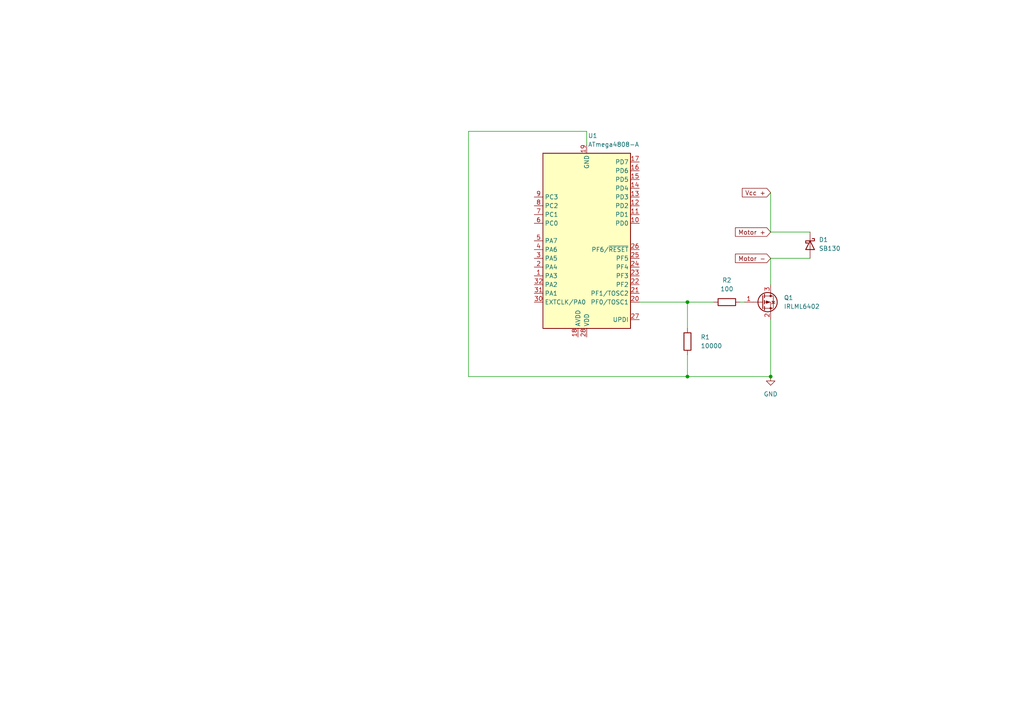
<source format=kicad_sch>
(kicad_sch (version 20230121) (generator eeschema)
  (paper "A4")
  (lib_symbols
    (symbol "Device:R" (pin_numbers hide) (pin_names (offset 0))
      (property "Reference" "R" (at 2.032 0 90))
      (property "Value" "R" (at 0 0 90))
      (symbol "R_0_1"
        (rectangle (start -1.016 -2.54) (end 1.016 2.54) (stroke (width 0.254)))
      )
      (symbol "R_1_1"
        (pin passive line (at 0 3.81 270) (length 1.27) (name "~") (number "1"))
        (pin passive line (at 0 -3.81 90) (length 1.27) (name "~") (number "2"))
      )
    )
    (symbol "Diode:SB130" (pin_numbers hide) (pin_names (offset 1.016) hide)
      (property "Reference" "D" (at 0 2.54 0))
      (property "Value" "SB130" (at 0 -2.54 0))
      (symbol "SB130_0_1"
        (polyline (pts (xy 1.27 0) (xy -1.27 0)))
        (polyline (pts (xy 1.27 1.27) (xy 1.27 -1.27) (xy -1.27 0) (xy 1.27 1.27)) (stroke (width 0.254)))
        (polyline (pts (xy -1.905 0.635) (xy -1.905 1.27) (xy -1.27 1.27) (xy -1.27 -1.27) (xy -0.635 -1.27) (xy -0.635 -0.635)) (stroke (width 0.254)))
      )
      (symbol "SB130_1_1"
        (pin passive line (at -3.81 0 0) (length 2.54) (name "K") (number "1"))
        (pin passive line (at 3.81 0 180) (length 2.54) (name "A") (number "2"))
      )
    )
    (symbol "MCU_Microchip_ATmega:ATmega4808-A"
      (property "Reference" "U" (at -12.7 26.67 0))
      (property "Value" "ATmega4808-A" (at 2.54 -26.67 0))
      (symbol "ATmega4808-A_0_1"
        (rectangle (start -12.7 -25.4) (end 12.7 25.4) (stroke (width 0.254)) (fill (type background)))
      )
      (symbol "ATmega4808-A_1_1"
        (pin bidirectional line (at 15.24 10.16 180) (length 2.54) (name "PA3") (number "1"))
        (pin bidirectional line (at -15.24 -5.08 0) (length 2.54) (name "PD0") (number "10"))
        (pin bidirectional line (at -15.24 -7.62 0) (length 2.54) (name "PD1") (number "11"))
        (pin bidirectional line (at -15.24 -10.16 0) (length 2.54) (name "PD2") (number "12"))
        (pin bidirectional line (at -15.24 -12.7 0) (length 2.54) (name "PD3") (number "13"))
        (pin bidirectional line (at -15.24 -15.24 0) (length 2.54) (name "PD4") (number "14"))
        (pin bidirectional line (at -15.24 -17.78 0) (length 2.54) (name "PD5") (number "15"))
        (pin bidirectional line (at -15.24 -20.32 0) (length 2.54) (name "PD6") (number "16"))
        (pin bidirectional line (at -15.24 -22.86 0) (length 2.54) (name "PD7") (number "17"))
        (pin power_in line (at 2.54 27.94 270) (length 2.54) (name "AVDD") (number "18"))
        (pin power_in line (at 0 -27.94 90) (length 2.54) (name "GND") (number "19"))
        (pin bidirectional line (at 15.24 7.62 180) (length 2.54) (name "PA4") (number "2"))
        (pin bidirectional line (at -15.24 17.78 0) (length 2.54) (name "PF0/TOSC1") (number "20"))
        (pin bidirectional line (at -15.24 15.24 0) (length 2.54) (name "PF1/TOSC2") (number "21"))
        (pin bidirectional line (at -15.24 12.7 0) (length 2.54) (name "PF2") (number "22"))
        (pin bidirectional line (at -15.24 10.16 0) (length 2.54) (name "PF3") (number "23"))
        (pin bidirectional line (at -15.24 7.62 0) (length 2.54) (name "PF4") (number "24"))
        (pin bidirectional line (at -15.24 5.08 0) (length 2.54) (name "PF5") (number "25"))
        (pin bidirectional line (at -15.24 2.54 0) (length 2.54) (name "PF6/~{RESET}") (number "26"))
        (pin bidirectional line (at -15.24 22.86 0) (length 2.54) (name "UPDI") (number "27"))
        (pin power_in line (at 0 27.94 270) (length 2.54) (name "VDD") (number "28"))
        (pin passive line (at 0 -27.94 90) (length 2.54) hide (name "GND") (number "29"))
        (pin bidirectional line (at 15.24 5.08 180) (length 2.54) (name "PA5") (number "3"))
        (pin bidirectional line (at 15.24 17.78 180) (length 2.54) (name "EXTCLK/PA0") (number "30"))
        (pin bidirectional line (at 15.24 15.24 180) (length 2.54) (name "PA1") (number "31"))
        (pin bidirectional line (at 15.24 12.7 180) (length 2.54) (name "PA2") (number "32"))
        (pin bidirectional line (at 15.24 2.54 180) (length 2.54) (name "PA6") (number "4"))
        (pin bidirectional line (at 15.24 0 180) (length 2.54) (name "PA7") (number "5"))
        (pin bidirectional line (at 15.24 -5.08 180) (length 2.54) (name "PC0") (number "6"))
        (pin bidirectional line (at 15.24 -7.62 180) (length 2.54) (name "PC1") (number "7"))
        (pin bidirectional line (at 15.24 -10.16 180) (length 2.54) (name "PC2") (number "8"))
        (pin bidirectional line (at 15.24 -12.7 180) (length 2.54) (name "PC3") (number "9"))
      )
    )
    (symbol "Transistor_FET:IRLML6402" (pin_names hide)
      (property "Reference" "Q" (at 5.08 1.905 0))
      (property "Value" "IRLML6402" (at 5.08 0 0))
      (symbol "IRLML6402_0_1"
        (polyline (pts (xy 0.254 0) (xy -2.54 0)))
        (polyline (pts (xy 0.254 1.905) (xy 0.254 -1.905)) (stroke (width 0.254)))
        (polyline (pts (xy 0.762 -1.27) (xy 0.762 -2.286)) (stroke (width 0.254)))
        (polyline (pts (xy 0.762 0.508) (xy 0.762 -0.508)) (stroke (width 0.254)))
        (polyline (pts (xy 0.762 2.286) (xy 0.762 1.27)) (stroke (width 0.254)))
        (polyline (pts (xy 2.54 2.54) (xy 2.54 1.778)))
        (polyline (pts (xy 2.54 -2.54) (xy 2.54 0) (xy 0.762 0)))
        (polyline (pts (xy 0.762 1.778) (xy 3.302 1.778) (xy 3.302 -1.778) (xy 0.762 -1.778)))
        (polyline (pts (xy 2.286 0) (xy 1.27 0.381) (xy 1.27 -0.381) (xy 2.286 0)) (fill (type outline)))
        (polyline (pts (xy 2.794 -0.508) (xy 2.921 -0.381) (xy 3.683 -0.381) (xy 3.81 -0.254)))
        (polyline (pts (xy 3.302 -0.381) (xy 2.921 0.254) (xy 3.683 0.254) (xy 3.302 -0.381)))
        (circle (center 1.651 0) (radius 2.794) (stroke (width 0.254)))
        (circle (center 2.54 -1.778) (radius 0.254) (fill (type outline)))
        (circle (center 2.54 1.778) (radius 0.254) (fill (type outline)))
      )
      (symbol "IRLML6402_1_1"
        (pin input line (at -5.08 0 0) (length 2.54) (name "G") (number "1"))
        (pin passive line (at 2.54 -5.08 90) (length 2.54) (name "S") (number "2"))
        (pin passive line (at 2.54 5.08 270) (length 2.54) (name "D") (number "3"))
      )
    )
    (symbol "power:GND" (power) (pin_names (offset 0))
      (property "Value" "GND" (at 0 -3.81 0))
      (symbol "GND_0_1"
        (polyline (pts (xy 0 0) (xy 0 -1.27) (xy 1.27 -1.27) (xy 0 -2.54) (xy -1.27 -1.27) (xy 0 -1.27)))
      )
      (symbol "GND_1_1"
        (pin power_in line (at 0 0 270) (length 0) hide (name "GND") (number "1"))
      )
    )
  )
  (junction (at 199.39 87.63))
  (junction (at 199.39 109.22))
  (junction (at 223.52 109.22))
  (wire (pts (xy 199.39 109.22) (xy 223.52 109.22)))
  (wire (pts (xy 170.18 38.1) (xy 170.18 41.91)))
  (wire (pts (xy 223.52 55.88) (xy 223.52 67.31)))
  (wire (pts (xy 214.63 87.63) (xy 215.9 87.63)))
  (wire (pts (xy 135.89 38.1) (xy 170.18 38.1)))
  (wire (pts (xy 135.89 38.1) (xy 135.89 109.22)))
  (wire (pts (xy 199.39 95.25) (xy 199.39 87.63)))
  (wire (pts (xy 135.89 109.22) (xy 199.39 109.22)))
  (wire (pts (xy 223.52 74.93) (xy 234.95 74.93)))
  (wire (pts (xy 223.52 92.71) (xy 223.52 109.22)))
  (wire (pts (xy 199.39 87.63) (xy 207.01 87.63)))
  (wire (pts (xy 223.52 74.93) (xy 223.52 82.55)))
  (wire (pts (xy 185.42 87.63) (xy 199.39 87.63)))
  (wire (pts (xy 199.39 102.87) (xy 199.39 109.22)))
  (wire (pts (xy 223.52 67.31) (xy 234.95 67.31)))
  (global_label "Vcc +" (shape input) (at 223.52 55.88 180) (property "Intersheetrefs" "${INTERSHEET_REFS}" (effects hide)))
  (global_label "Motor -" (shape input) (at 223.52 74.93 180) (property "Intersheetrefs" "${INTERSHEET_REFS}" (effects hide)))
  (global_label "Motor +" (shape input) (at 223.52 67.31 180) (property "Intersheetrefs" "${INTERSHEET_REFS}" (effects hide)))
  (symbol (lib_id "Diode:SB130") (at 234.95 71.12 270) (unit 1)
    (property "Reference" "D1" (at 237.49 69.5325 90) (effects (justify left)))
    (property "Value" "SB130" (at 237.49 72.0725 90) (effects (justify left)))
    (property "Footprint" "Diode_THT:D_DO-41_SOD81_P10.16mm_Horizontal" (effects hide))
    (property "Datasheet" "http://www.diodes.com/_files/datasheets/ds23022.pdf" (effects hide))
  )
  (symbol (lib_id "Transistor_FET:IRLML6402") (at 220.98 87.63 0) (unit 1)
    (property "Reference" "Q1" (at 227.33 86.36 0) (effects (justify left)))
    (property "Value" "IRLML6402" (at 227.33 88.9 0) (effects (justify left)))
    (property "Footprint" "Package_TO_SOT_SMD:SOT-23" (effects hide))
    (property "Datasheet" "https://www.infineon.com/dgdl/irlml6402pbf.pdf?fileId=5546d462533600a401535668d5c2263c" (effects hide))
  )
  (symbol (lib_id "Device:R") (at 199.39 99.06 0) (unit 1)
    (property "Reference" "R1" (at 203.2 97.79 0) (effects (justify left)))
    (property "Value" "10000" (at 203.2 100.33 0) (effects (justify left)))
  )
  (symbol (lib_id "MCU_Microchip_ATmega:ATmega4808-A") (at 170.18 69.85 180) (unit 1)
    (property "Reference" "U1" (at 170.5259 39.37 0) (effects (justify right)))
    (property "Value" "ATmega4808-A" (at 170.5259 41.91 0) (effects (justify right)))
    (property "Footprint" "Package_QFP:TQFP-32_7x7mm_P0.8mm" (effects hide))
    (property "Datasheet" "http://ww1.microchip.com/downloads/en/DeviceDoc/40002017A.pdf" (effects hide))
  )
  (symbol (lib_id "power:GND") (at 223.52 109.22 0) (unit 1)
    (property "Reference" "#PWR01" (effects hide))
    (property "Value" "GND" (at 223.52 114.3 0))
  )
  (symbol (lib_id "Device:R") (at 210.82 87.63 90) (unit 1)
    (property "Reference" "R2" (at 210.82 81.28 90))
    (property "Value" "100" (at 210.82 83.82 90))
  )
)
</source>
